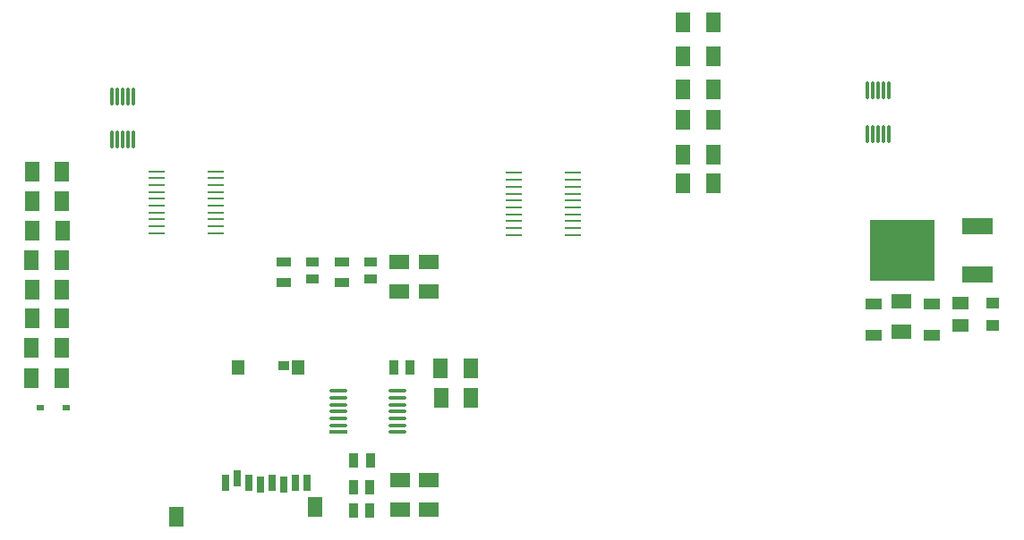
<source format=gbp>
G04*
G04 #@! TF.GenerationSoftware,Altium Limited,Altium Designer,20.2.5 (213)*
G04*
G04 Layer_Color=128*
%FSLAX44Y44*%
%MOMM*%
G71*
G04*
G04 #@! TF.SameCoordinates,141B8AC5-84E1-4BD6-917F-AD625E5865C0*
G04*
G04*
G04 #@! TF.FilePolarity,Positive*
G04*
G01*
G75*
%ADD24R,1.3700X1.9100*%
%ADD27R,1.3000X1.1000*%
%ADD29R,1.5082X1.2065*%
%ADD89R,1.9100X1.3700*%
%ADD90R,0.9549X1.3562*%
G04:AMPARAMS|DCode=91|XSize=1.6554mm|YSize=0.3808mm|CornerRadius=0.1904mm|HoleSize=0mm|Usage=FLASHONLY|Rotation=0.000|XOffset=0mm|YOffset=0mm|HoleType=Round|Shape=RoundedRectangle|*
%AMROUNDEDRECTD91*
21,1,1.6554,0.0000,0,0,0.0*
21,1,1.2747,0.3808,0,0,0.0*
1,1,0.3808,0.6373,0.0000*
1,1,0.3808,-0.6373,0.0000*
1,1,0.3808,-0.6373,0.0000*
1,1,0.3808,0.6373,0.0000*
%
%ADD91ROUNDEDRECTD91*%
%ADD92R,1.6554X0.3808*%
%ADD93R,0.8000X1.5000*%
%ADD94R,1.3000X1.4000*%
%ADD95R,1.0000X0.9500*%
%ADD96R,1.4000X1.9000*%
%ADD97R,1.6000X1.0500*%
%ADD98R,0.8000X0.6000*%
%ADD99R,3.0000X1.6000*%
%ADD100R,6.2000X5.8000*%
%ADD101O,0.3000X1.7000*%
%ADD102R,1.4500X0.9500*%
%ADD103R,1.2621X0.8081*%
%ADD112R,1.5500X0.2500*%
D24*
X2049080Y1033000D02*
D03*
X2077500D02*
D03*
X2049185Y1145105D02*
D03*
X2077605D02*
D03*
X2049290Y1117000D02*
D03*
X2077710D02*
D03*
X2049080Y1062284D02*
D03*
X2077500D02*
D03*
X2049790Y1172500D02*
D03*
X2078210D02*
D03*
X2049290Y1089630D02*
D03*
X2077710D02*
D03*
X2665143Y1338147D02*
D03*
X2693564D02*
D03*
X2665143Y1307000D02*
D03*
X2693564D02*
D03*
X2665143Y1245000D02*
D03*
X2693564D02*
D03*
X2665143Y1370000D02*
D03*
X2693564D02*
D03*
X2665143Y1277500D02*
D03*
X2693564D02*
D03*
X2665143Y1217500D02*
D03*
X2693564D02*
D03*
X2464210Y1042500D02*
D03*
X2435790D02*
D03*
X2464611Y1014599D02*
D03*
X2436191D02*
D03*
X2049290Y1229000D02*
D03*
X2077710D02*
D03*
X2049290Y1201000D02*
D03*
X2077710D02*
D03*
D27*
X2958000Y1104483D02*
D03*
Y1083484D02*
D03*
D29*
X2927250Y1104000D02*
D03*
Y1082983D02*
D03*
D89*
X2425000Y1143420D02*
D03*
Y1115000D02*
D03*
X2397186Y1143491D02*
D03*
Y1115071D02*
D03*
X2872000Y1105834D02*
D03*
Y1077413D02*
D03*
X2424999Y908282D02*
D03*
Y936702D02*
D03*
X2397500Y908282D02*
D03*
Y936702D02*
D03*
D90*
X2369000Y907500D02*
D03*
X2353487D02*
D03*
Y930250D02*
D03*
X2369000D02*
D03*
X2353994Y955250D02*
D03*
X2369507D02*
D03*
X2391494Y1043250D02*
D03*
X2407007D02*
D03*
D91*
X2395500Y982000D02*
D03*
Y988500D02*
D03*
Y995000D02*
D03*
Y1001500D02*
D03*
Y1008000D02*
D03*
Y1014500D02*
D03*
Y1021000D02*
D03*
X2338992D02*
D03*
Y1014500D02*
D03*
Y1008000D02*
D03*
Y1001500D02*
D03*
Y995000D02*
D03*
Y988500D02*
D03*
D92*
Y982000D02*
D03*
D93*
X2309500Y934500D02*
D03*
X2298500D02*
D03*
X2287500Y932500D02*
D03*
X2276500Y934500D02*
D03*
X2265500Y932500D02*
D03*
X2254500Y934500D02*
D03*
X2243500Y938500D02*
D03*
X2232500Y934500D02*
D03*
D94*
X2301400Y1043100D02*
D03*
X2244400D02*
D03*
D95*
X2287500Y1045350D02*
D03*
D96*
X2317400Y911600D02*
D03*
X2185900Y901600D02*
D03*
D97*
X2900395Y1073717D02*
D03*
Y1103217D02*
D03*
X2845500D02*
D03*
Y1073717D02*
D03*
D98*
X2056900Y1005000D02*
D03*
X2081900D02*
D03*
D99*
X2943750Y1131150D02*
D03*
Y1176850D02*
D03*
D100*
X2872850Y1154000D02*
D03*
D101*
X2145000Y1259000D02*
D03*
X2140000D02*
D03*
X2135000D02*
D03*
X2130000D02*
D03*
X2125000D02*
D03*
X2145000Y1300000D02*
D03*
X2140000D02*
D03*
X2135000D02*
D03*
X2130000D02*
D03*
X2125000D02*
D03*
X2859750Y1264500D02*
D03*
X2854750D02*
D03*
X2849750D02*
D03*
X2844750D02*
D03*
X2839750D02*
D03*
X2859750Y1305500D02*
D03*
X2854750D02*
D03*
X2849750D02*
D03*
X2844750D02*
D03*
X2839750D02*
D03*
D102*
X2342500Y1143420D02*
D03*
Y1123920D02*
D03*
X2287500Y1143420D02*
D03*
Y1123920D02*
D03*
D103*
X2370000Y1127380D02*
D03*
Y1143420D02*
D03*
X2315000Y1127380D02*
D03*
Y1143420D02*
D03*
D112*
X2167000Y1170500D02*
D03*
X2167000Y1177000D02*
D03*
Y1183500D02*
D03*
X2167000Y1190000D02*
D03*
Y1196500D02*
D03*
X2167000Y1203000D02*
D03*
Y1209500D02*
D03*
X2167000Y1216000D02*
D03*
Y1222500D02*
D03*
X2167000Y1229000D02*
D03*
X2223000Y1170500D02*
D03*
X2223000Y1177000D02*
D03*
Y1183500D02*
D03*
X2223000Y1190000D02*
D03*
Y1196500D02*
D03*
X2223000Y1203000D02*
D03*
Y1209500D02*
D03*
X2223000Y1216000D02*
D03*
Y1222500D02*
D03*
X2223000Y1229000D02*
D03*
X2560770Y1227480D02*
D03*
Y1220980D02*
D03*
Y1214480D02*
D03*
Y1207980D02*
D03*
Y1201480D02*
D03*
Y1194980D02*
D03*
Y1188480D02*
D03*
Y1181980D02*
D03*
Y1175480D02*
D03*
Y1168980D02*
D03*
X2504770Y1227480D02*
D03*
Y1220980D02*
D03*
Y1214480D02*
D03*
Y1207980D02*
D03*
Y1201480D02*
D03*
Y1194980D02*
D03*
Y1188480D02*
D03*
Y1181980D02*
D03*
Y1175480D02*
D03*
Y1168980D02*
D03*
M02*

</source>
